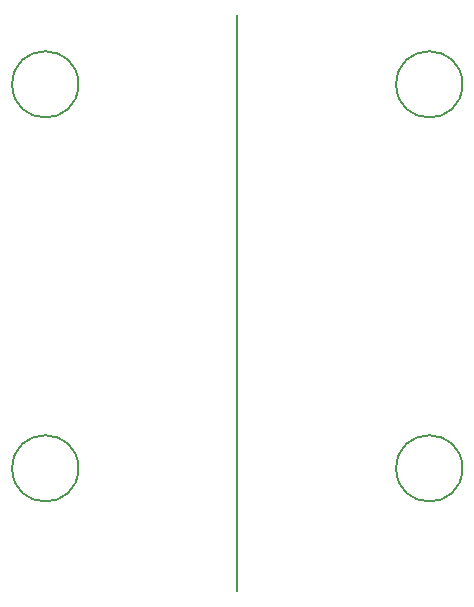
<source format=gbr>
%TF.GenerationSoftware,KiCad,Pcbnew,8.0.7*%
%TF.CreationDate,2024-12-29T21:32:39+01:00*%
%TF.ProjectId,stackflex_feature_air_qual,73746163-6b66-46c6-9578-5f6665617475,1*%
%TF.SameCoordinates,Original*%
%TF.FileFunction,Other,Comment*%
%FSLAX46Y46*%
G04 Gerber Fmt 4.6, Leading zero omitted, Abs format (unit mm)*
G04 Created by KiCad (PCBNEW 8.0.7) date 2024-12-29 21:32:39*
%MOMM*%
%LPD*%
G01*
G04 APERTURE LIST*
%ADD10C,0.200000*%
%ADD11C,0.150000*%
G04 APERTURE END LIST*
D10*
X0Y22098000D02*
X0Y-26670000D01*
D11*
%TO.C,H1*%
X-13456000Y16256000D02*
G75*
G02*
X-19056000Y16256000I-2800000J0D01*
G01*
X-19056000Y16256000D02*
G75*
G02*
X-13456000Y16256000I2800000J0D01*
G01*
%TO.C,H2*%
X19056000Y16256000D02*
G75*
G02*
X13456000Y16256000I-2800000J0D01*
G01*
X13456000Y16256000D02*
G75*
G02*
X19056000Y16256000I2800000J0D01*
G01*
%TO.C,H3*%
X-13456000Y-16256000D02*
G75*
G02*
X-19056000Y-16256000I-2800000J0D01*
G01*
X-19056000Y-16256000D02*
G75*
G02*
X-13456000Y-16256000I2800000J0D01*
G01*
%TO.C,H4*%
X19056000Y-16256000D02*
G75*
G02*
X13456000Y-16256000I-2800000J0D01*
G01*
X13456000Y-16256000D02*
G75*
G02*
X19056000Y-16256000I2800000J0D01*
G01*
%TD*%
M02*

</source>
